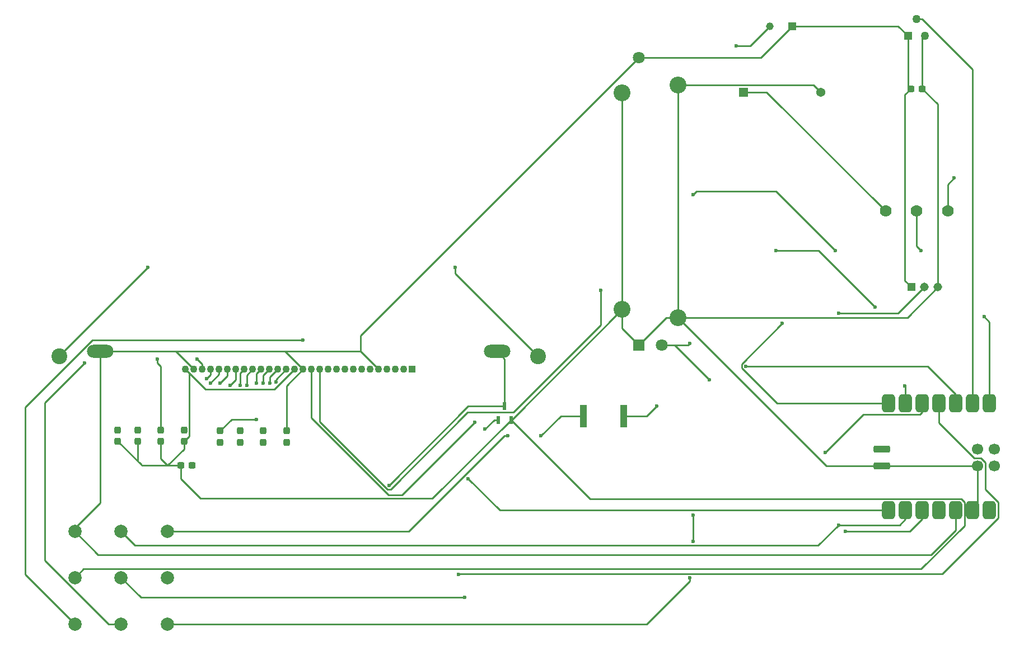
<source format=gtl>
%TF.GenerationSoftware,KiCad,Pcbnew,9.0.0*%
%TF.CreationDate,2025-04-13T23:06:23-05:00*%
%TF.ProjectId,temperature_sensor,74656d70-6572-4617-9475-72655f73656e,rev?*%
%TF.SameCoordinates,Original*%
%TF.FileFunction,Copper,L1,Top*%
%TF.FilePolarity,Positive*%
%FSLAX46Y46*%
G04 Gerber Fmt 4.6, Leading zero omitted, Abs format (unit mm)*
G04 Created by KiCad (PCBNEW 9.0.0) date 2025-04-13 23:06:23*
%MOMM*%
%LPD*%
G01*
G04 APERTURE LIST*
G04 Aperture macros list*
%AMRoundRect*
0 Rectangle with rounded corners*
0 $1 Rounding radius*
0 $2 $3 $4 $5 $6 $7 $8 $9 X,Y pos of 4 corners*
0 Add a 4 corners polygon primitive as box body*
4,1,4,$2,$3,$4,$5,$6,$7,$8,$9,$2,$3,0*
0 Add four circle primitives for the rounded corners*
1,1,$1+$1,$2,$3*
1,1,$1+$1,$4,$5*
1,1,$1+$1,$6,$7*
1,1,$1+$1,$8,$9*
0 Add four rect primitives between the rounded corners*
20,1,$1+$1,$2,$3,$4,$5,0*
20,1,$1+$1,$4,$5,$6,$7,0*
20,1,$1+$1,$6,$7,$8,$9,0*
20,1,$1+$1,$8,$9,$2,$3,0*%
G04 Aperture macros list end*
%TA.AperFunction,ComponentPad*%
%ADD10C,2.400000*%
%TD*%
%TA.AperFunction,ComponentPad*%
%ADD11O,4.000000X2.000000*%
%TD*%
%TA.AperFunction,ComponentPad*%
%ADD12C,1.100000*%
%TD*%
%TA.AperFunction,ComponentPad*%
%ADD13R,1.100000X1.100000*%
%TD*%
%TA.AperFunction,ComponentPad*%
%ADD14C,2.000000*%
%TD*%
%TA.AperFunction,ComponentPad*%
%ADD15C,1.778000*%
%TD*%
%TA.AperFunction,SMDPad,CuDef*%
%ADD16R,0.558800X1.270000*%
%TD*%
%TA.AperFunction,SMDPad,CuDef*%
%ADD17RoundRect,0.237500X0.237500X-0.300000X0.237500X0.300000X-0.237500X0.300000X-0.237500X-0.300000X0*%
%TD*%
%TA.AperFunction,SMDPad,CuDef*%
%ADD18RoundRect,0.237500X0.300000X0.237500X-0.300000X0.237500X-0.300000X-0.237500X0.300000X-0.237500X0*%
%TD*%
%TA.AperFunction,SMDPad,CuDef*%
%ADD19R,1.070000X3.420000*%
%TD*%
%TA.AperFunction,ComponentPad*%
%ADD20R,1.800000X1.800000*%
%TD*%
%TA.AperFunction,ComponentPad*%
%ADD21C,1.800000*%
%TD*%
%TA.AperFunction,ComponentPad*%
%ADD22C,2.550000*%
%TD*%
%TA.AperFunction,SMDPad,CuDef*%
%ADD23RoundRect,0.237500X-0.300000X-0.237500X0.300000X-0.237500X0.300000X0.237500X-0.300000X0.237500X0*%
%TD*%
%TA.AperFunction,SMDPad,CuDef*%
%ADD24RoundRect,0.500000X-0.500000X0.875000X-0.500000X-0.875000X0.500000X-0.875000X0.500000X0.875000X0*%
%TD*%
%TA.AperFunction,SMDPad,CuDef*%
%ADD25RoundRect,0.275000X-0.975000X-0.275000X0.975000X-0.275000X0.975000X0.275000X-0.975000X0.275000X0*%
%TD*%
%TA.AperFunction,SMDPad,CuDef*%
%ADD26C,1.700000*%
%TD*%
%TA.AperFunction,ComponentPad*%
%ADD27R,1.371600X1.371600*%
%TD*%
%TA.AperFunction,ComponentPad*%
%ADD28C,1.371600*%
%TD*%
%TA.AperFunction,ComponentPad*%
%ADD29R,1.308000X1.308000*%
%TD*%
%TA.AperFunction,ComponentPad*%
%ADD30C,1.308000*%
%TD*%
%TA.AperFunction,ComponentPad*%
%ADD31R,1.158000X1.158000*%
%TD*%
%TA.AperFunction,ComponentPad*%
%ADD32C,1.158000*%
%TD*%
%TA.AperFunction,ComponentPad*%
%ADD33R,1.270000X1.270000*%
%TD*%
%TA.AperFunction,ComponentPad*%
%ADD34C,1.270000*%
%TD*%
%TA.AperFunction,ViaPad*%
%ADD35C,0.600000*%
%TD*%
%TA.AperFunction,Conductor*%
%ADD36C,0.250000*%
%TD*%
G04 APERTURE END LIST*
D10*
%TO.P,DS1,S2*%
%TO.N,N/C*%
X119048300Y-78497000D03*
%TO.P,DS1,S1*%
X46648300Y-78497000D03*
D11*
%TO.P,DS1,K,K*%
%TO.N,Net-(U1-COLLECTOR)*%
X112848300Y-77707000D03*
%TO.P,DS1,A,A*%
%TO.N,Net-(DS1-C86)*%
X52848300Y-77707000D03*
D12*
%TO.P,DS1,28,P/S*%
%TO.N,GND*%
X65703300Y-80447000D03*
%TO.P,DS1,27,C86*%
%TO.N,Net-(DS1-C86)*%
X66973300Y-80447000D03*
%TO.P,DS1,26,V0*%
%TO.N,Net-(DS1-V0)*%
X68243300Y-80447000D03*
%TO.P,DS1,25,V1*%
%TO.N,Net-(DS1-V1)*%
X69513300Y-80447000D03*
%TO.P,DS1,24,V2*%
%TO.N,Net-(DS1-V2)*%
X70783300Y-80447000D03*
%TO.P,DS1,23,V3*%
%TO.N,Net-(DS1-V3)*%
X72053300Y-80447000D03*
%TO.P,DS1,22,V4*%
%TO.N,Net-(DS1-V4)*%
X73323300Y-80447000D03*
%TO.P,DS1,21,CAP2N*%
%TO.N,Net-(DS1-CAP2N)*%
X74593300Y-80447000D03*
%TO.P,DS1,20,CAP2P*%
%TO.N,Net-(DS1-CAP2P)*%
X75863300Y-80447000D03*
%TO.P,DS1,19,CAP1P*%
%TO.N,Net-(DS1-CAP1P)*%
X77133300Y-80447000D03*
%TO.P,DS1,18,CAP1N*%
%TO.N,Net-(DS1-CAP1N)*%
X78403300Y-80447000D03*
%TO.P,DS1,17,CAP3P*%
%TO.N,Net-(DS1-CAP3P)*%
X79673300Y-80447000D03*
%TO.P,DS1,16,VOUT*%
%TO.N,Net-(DS1-VOUT)*%
X80943300Y-80447000D03*
%TO.P,DS1,15,VSS*%
%TO.N,GND*%
X82213300Y-80447000D03*
%TO.P,DS1,14,VDD*%
%TO.N,Net-(DS1-C86)*%
X83483300Y-80447000D03*
%TO.P,DS1,13,DB7*%
%TO.N,Net-(DS1-DB7)*%
X84753300Y-80447000D03*
%TO.P,DS1,12,DB6*%
%TO.N,Net-(DS1-DB6)*%
X86023300Y-80447000D03*
%TO.P,DS1,11,DB5*%
%TO.N,unconnected-(DS1-DB5-Pad11)*%
X87293300Y-80447000D03*
%TO.P,DS1,10,DB4*%
%TO.N,unconnected-(DS1-DB4-Pad10)*%
X88563300Y-80447000D03*
%TO.P,DS1,9,DB3*%
%TO.N,unconnected-(DS1-DB3-Pad9)*%
X89833300Y-80447000D03*
%TO.P,DS1,8,DB2*%
%TO.N,unconnected-(DS1-DB2-Pad8)*%
X91103300Y-80447000D03*
%TO.P,DS1,7,DB1*%
%TO.N,unconnected-(DS1-DB1-Pad7)*%
X92373300Y-80447000D03*
%TO.P,DS1,6,DB0*%
%TO.N,unconnected-(DS1-DB0-Pad6)*%
X93643300Y-80447000D03*
%TO.P,DS1,5,~{RD}/E*%
%TO.N,Net-(DS1-C86)*%
X94913300Y-80447000D03*
%TO.P,DS1,4,~{WR}/R/W*%
%TO.N,Net-(DS1-~{WR}{slash}R{slash}W)*%
X96183300Y-80447000D03*
%TO.P,DS1,3,A0*%
%TO.N,Net-(DS1-A0)*%
X97453300Y-80447000D03*
%TO.P,DS1,2,~{RES}*%
%TO.N,Net-(DS1-~{RES})*%
X98723300Y-80447000D03*
D13*
%TO.P,DS1,1,~{CS1}*%
%TO.N,Net-(DS1-~{CS1})*%
X99993300Y-80447000D03*
%TD*%
D14*
%TO.P,TP7,1,1*%
%TO.N,Net-(DS1-DB7)*%
X49000000Y-119000000D03*
%TD*%
%TO.P,TP6,1,1*%
%TO.N,Net-(DS1-DB6)*%
X56000000Y-119000000D03*
%TD*%
%TO.P,TP2,1,1*%
%TO.N,/bc2*%
X63000000Y-119000000D03*
%TD*%
%TO.P,TP5,1,1*%
%TO.N,Net-(U1-COLLECTOR)*%
X63000000Y-112000000D03*
%TD*%
%TO.P,TP4,1,1*%
%TO.N,Net-(U1-BASE)*%
X56000000Y-112000000D03*
%TD*%
D15*
%TO.P,SW1,1,1*%
%TO.N,/bc1*%
X171599999Y-56500000D03*
%TO.P,SW1,2,2*%
%TO.N,Net-(U3-PA5_A9_D9_MISO)*%
X176300000Y-56500000D03*
%TO.P,SW1,3,3*%
%TO.N,/bc2*%
X181000000Y-56500000D03*
%TD*%
D16*
%TO.P,U1,1,BASE*%
%TO.N,Net-(U1-BASE)*%
X113047500Y-88082800D03*
%TO.P,U1,2,EMITTER*%
%TO.N,GND*%
X114952500Y-88082800D03*
%TO.P,U1,3,COLLECTOR*%
%TO.N,Net-(U1-COLLECTOR)*%
X114000000Y-86000000D03*
%TD*%
D17*
%TO.P,C10,1*%
%TO.N,Net-(DS1-CAP1P)*%
X71000000Y-91500000D03*
%TO.P,C10,2*%
%TO.N,Net-(DS1-CAP1N)*%
X71000000Y-89775000D03*
%TD*%
D18*
%TO.P,RF_interceptor1,1*%
%TO.N,GND*%
X177132500Y-37960000D03*
%TO.P,RF_interceptor1,2*%
%TO.N,Net-(DS1-C86)*%
X175407500Y-37960000D03*
%TD*%
D17*
%TO.P,C11,1*%
%TO.N,Net-(DS1-CAP1N)*%
X77500000Y-91500000D03*
%TO.P,C11,2*%
%TO.N,Net-(DS1-CAP3P)*%
X77500000Y-89775000D03*
%TD*%
D14*
%TO.P,TP3,1,1*%
%TO.N,/bc1*%
X63000000Y-105000000D03*
%TD*%
D17*
%TO.P,C4,1*%
%TO.N,GND*%
X62000000Y-91362500D03*
%TO.P,C4,2*%
%TO.N,Net-(DS1-V0)*%
X62000000Y-89637500D03*
%TD*%
D14*
%TO.P,TP9,1,1*%
%TO.N,Net-(DS1-C86)*%
X49000000Y-105000000D03*
%TD*%
%TO.P,TP1,1,1*%
%TO.N,GND*%
X49000000Y-112000000D03*
%TD*%
D17*
%TO.P,C12,1*%
%TO.N,Net-(DS1-CAP2N)*%
X74000000Y-91500000D03*
%TO.P,C12,2*%
%TO.N,Net-(DS1-CAP2P)*%
X74000000Y-89775000D03*
%TD*%
%TO.P,C5,1*%
%TO.N,GND*%
X58500000Y-91362500D03*
%TO.P,C5,2*%
%TO.N,Net-(DS1-V1)*%
X58500000Y-89637500D03*
%TD*%
D19*
%TO.P,R4,1*%
%TO.N,Net-(U3-PA02_A0_D0)*%
X132000000Y-87500000D03*
%TO.P,R4,2*%
%TO.N,Net-(U1-BASE)*%
X125890000Y-87500000D03*
%TD*%
D20*
%TO.P,R1,1*%
%TO.N,GND*%
X134250000Y-76750000D03*
D21*
%TO.P,R1,2*%
%TO.N,/bc2*%
X137750000Y-76750000D03*
%TO.P,R1,3*%
%TO.N,Net-(DS1-C86)*%
X134250000Y-33250000D03*
D22*
%TO.P,R1,SH1,SHIELD*%
%TO.N,GND*%
X131750000Y-71400000D03*
%TO.P,R1,SH2,SHIELD__1*%
X140250000Y-72600000D03*
%TO.P,R1,SH3,SHIELD__2*%
X131750000Y-38600000D03*
%TO.P,R1,SH4,SHIELD__3*%
X140250000Y-37400000D03*
%TD*%
D23*
%TO.P,C7,1*%
%TO.N,GND*%
X65000000Y-95000000D03*
%TO.P,C7,2*%
%TO.N,Net-(DS1-V3)*%
X66725000Y-95000000D03*
%TD*%
D24*
%TO.P,U3,1,PA02_A0_D0*%
%TO.N,Net-(U3-PA02_A0_D0)*%
X187281700Y-85588000D03*
%TO.P,U3,2,PA4_A1_D1*%
%TO.N,Net-(U3-PA4_A1_D1)*%
X184741700Y-85588000D03*
%TO.P,U3,3,PA10_A2_D2*%
%TO.N,Net-(DS1-~{CS1})*%
X182201700Y-85588000D03*
%TO.P,U3,4,PA11_A3_D3*%
%TO.N,Net-(DS1-~{RES})*%
X179661700Y-85588000D03*
%TO.P,U3,5,PA8_A4_D4_SDA*%
%TO.N,Net-(DS1-DB7)*%
X177121700Y-85588000D03*
%TO.P,U3,6,PA9_A5_D5_SCL*%
%TO.N,Net-(DS1-DB6)*%
X174581700Y-85588000D03*
%TO.P,U3,7,PB08_A6_D6_TX*%
%TO.N,Net-(DS1-A0)*%
X172041700Y-85588000D03*
%TO.P,U3,8,PB09_A7_D7_RX*%
%TO.N,Net-(DS1-~{WR}{slash}R{slash}W)*%
X172041700Y-101753000D03*
%TO.P,U3,9,PA7_A8_D8_SCK*%
%TO.N,Net-(U3-PA7_A8_D8_SCK)*%
X174581700Y-101753000D03*
%TO.P,U3,10,PA5_A9_D9_MISO*%
%TO.N,Net-(U3-PA5_A9_D9_MISO)*%
X177121700Y-101753000D03*
%TO.P,U3,11,PA6_A10_D10_MOSI*%
%TO.N,unconnected-(U3-PA6_A10_D10_MOSI-Pad11)*%
X179661700Y-101753000D03*
%TO.P,U3,12,3V3*%
%TO.N,Net-(DS1-C86)*%
X182201700Y-101753000D03*
%TO.P,U3,13,GND*%
%TO.N,GND*%
X184741700Y-101753000D03*
%TO.P,U3,14,5V*%
%TO.N,unconnected-(U3-5V-Pad14)*%
X187281700Y-101753000D03*
D25*
%TO.P,U3,15,VIN*%
%TO.N,unconnected-(U3-VIN-Pad15)*%
X171022000Y-92500000D03*
%TO.P,U3,16,GND*%
%TO.N,GND*%
X171022000Y-95040000D03*
D26*
%TO.P,U3,17,PA31_SWDIO*%
%TO.N,unconnected-(U3-PA31_SWDIO-Pad17)*%
X188040000Y-92500000D03*
%TO.P,U3,18,PA30_SWCLK*%
%TO.N,unconnected-(U3-PA30_SWCLK-Pad18)*%
X188040000Y-95040000D03*
%TO.P,U3,19,RESET*%
%TO.N,unconnected-(U3-RESET-Pad19)*%
X185500000Y-92500000D03*
%TO.P,U3,20,GND*%
%TO.N,GND*%
X185500000Y-95040000D03*
%TD*%
D27*
%TO.P,R3,1*%
%TO.N,/bc1*%
X150158000Y-38500000D03*
D28*
%TO.P,R3,2*%
%TO.N,GND*%
X161842000Y-38500000D03*
%TD*%
D17*
%TO.P,C9,1*%
%TO.N,Net-(DS1-VOUT)*%
X81000000Y-91500000D03*
%TO.P,C9,2*%
%TO.N,Net-(DS1-C86)*%
X81000000Y-89775000D03*
%TD*%
D14*
%TO.P,TP8,1,1*%
%TO.N,Net-(U3-PA7_A8_D8_SCK)*%
X56000000Y-105000000D03*
%TD*%
D29*
%TO.P,S1,1,1*%
%TO.N,Net-(DS1-C86)*%
X175500000Y-68000000D03*
D30*
%TO.P,S1,2,2*%
%TO.N,Net-(U3-PA7_A8_D8_SCK)*%
X177500000Y-68000000D03*
%TO.P,S1,3,3*%
%TO.N,GND*%
X179500000Y-68000000D03*
%TD*%
D17*
%TO.P,C8,1*%
%TO.N,GND*%
X65500000Y-91362500D03*
%TO.P,C8,2*%
%TO.N,Net-(DS1-V4)*%
X65500000Y-89637500D03*
%TD*%
D31*
%TO.P,R2,1*%
%TO.N,Net-(DS1-C86)*%
X157500000Y-28500000D03*
D32*
%TO.P,R2,2*%
%TO.N,/bc1*%
X154100000Y-28500000D03*
%TD*%
D33*
%TO.P,U5,1,+VS*%
%TO.N,Net-(DS1-C86)*%
X175000000Y-30000000D03*
D34*
%TO.P,U5,2,VOUT*%
%TO.N,Net-(U3-PA4_A1_D1)*%
X176270000Y-27460000D03*
%TO.P,U5,3,GND*%
%TO.N,GND*%
X177540000Y-30000000D03*
%TD*%
D17*
%TO.P,C6,1*%
%TO.N,GND*%
X55500000Y-91362500D03*
%TO.P,C6,2*%
%TO.N,Net-(DS1-V2)*%
X55500000Y-89637500D03*
%TD*%
D35*
%TO.N,Net-(U1-BASE)*%
X119500000Y-90500000D03*
%TO.N,Net-(DS1-V0)*%
X61500000Y-78875000D03*
X67500000Y-78875000D03*
%TO.N,Net-(DS1-V1)*%
X58500000Y-89637500D03*
X68934313Y-81875000D03*
%TO.N,Net-(DS1-V2)*%
X69500000Y-82500000D03*
X55500000Y-89637500D03*
%TO.N,Net-(DS1-V3)*%
X66725000Y-95000000D03*
X71000000Y-82500000D03*
%TO.N,Net-(DS1-V4)*%
X65500000Y-89637500D03*
X72500000Y-82875000D03*
%TO.N,Net-(DS1-CAP2N)*%
X74000000Y-91500000D03*
X74000000Y-82875000D03*
%TO.N,Net-(DS1-CAP2P)*%
X74000000Y-89775000D03*
X75000000Y-82875000D03*
%TO.N,Net-(DS1-CAP1P)*%
X71000000Y-91500000D03*
X76500000Y-82500000D03*
%TO.N,Net-(DS1-CAP1N)*%
X76500000Y-88000000D03*
X77500000Y-91500000D03*
X77500000Y-82500000D03*
%TO.N,Net-(DS1-CAP3P)*%
X78500000Y-82500000D03*
X77500000Y-89775000D03*
%TO.N,Net-(DS1-VOUT)*%
X81000000Y-91500000D03*
X79388208Y-82388208D03*
%TO.N,Net-(DS1-A0)*%
X142500000Y-54000000D03*
X164000000Y-62500000D03*
X156000000Y-73500000D03*
%TO.N,Net-(DS1-~{RES})*%
X107000000Y-111500000D03*
%TO.N,Net-(DS1-DB7)*%
X162500000Y-93000000D03*
X109500000Y-88500000D03*
%TO.N,Net-(DS1-DB6)*%
X174500000Y-83000000D03*
X170000000Y-71000000D03*
X155000000Y-62500000D03*
X128500000Y-68500000D03*
X50500000Y-79500000D03*
%TO.N,Net-(DS1-DB7)*%
X83500000Y-76000000D03*
%TO.N,/bc2*%
X145000000Y-82000000D03*
X142500000Y-106500000D03*
X142000000Y-112000000D03*
X142500000Y-102500000D03*
%TO.N,Net-(U1-COLLECTOR)*%
X96500000Y-98000000D03*
%TO.N,Net-(U1-BASE)*%
X108000000Y-115000000D03*
X111000000Y-89500000D03*
%TO.N,/bc1*%
X114500000Y-90500000D03*
%TO.N,/bc2*%
X142000000Y-76500000D03*
X182000000Y-51500000D03*
%TO.N,Net-(DS1-~{CS1})*%
X150500000Y-80000000D03*
%TO.N,Net-(U3-PA02_A0_D0)*%
X137000000Y-86000000D03*
X186500000Y-72500000D03*
%TO.N,Net-(U3-PA7_A8_D8_SCK)*%
X164500000Y-104000000D03*
X164500000Y-71975000D03*
%TO.N,Net-(DS1-~{WR}{slash}R{slash}W)*%
X108500000Y-97000000D03*
%TO.N,Net-(U3-PA5_A9_D9_MISO)*%
X177000000Y-62500000D03*
X165500000Y-105000000D03*
%TO.N,/bc1*%
X149000000Y-31500000D03*
%TO.N,*%
X106500000Y-65000000D03*
X60000000Y-65000000D03*
%TD*%
D36*
%TO.N,GND*%
X58500000Y-91362500D02*
X58500000Y-94362500D01*
X59068750Y-94931250D02*
X55500000Y-91362500D01*
X58500000Y-94362500D02*
X59068750Y-94931250D01*
X59137500Y-95000000D02*
X59068750Y-94931250D01*
X63000000Y-95000000D02*
X59137500Y-95000000D01*
%TO.N,Net-(U1-BASE)*%
X122500000Y-87500000D02*
X119500000Y-90500000D01*
X125890000Y-87500000D02*
X122500000Y-87500000D01*
%TO.N,Net-(U3-PA7_A8_D8_SCK)*%
X161374000Y-107126000D02*
X164500000Y-104000000D01*
X56000000Y-105000000D02*
X58126000Y-107126000D01*
X58126000Y-107126000D02*
X161374000Y-107126000D01*
%TO.N,Net-(DS1-C86)*%
X81000000Y-82930300D02*
X83483300Y-80447000D01*
X81000000Y-89775000D02*
X81000000Y-82930300D01*
%TO.N,Net-(DS1-V0)*%
X62000000Y-80000000D02*
X62000000Y-89637500D01*
X61500000Y-79500000D02*
X62000000Y-80000000D01*
X61500000Y-78875000D02*
X61500000Y-79500000D01*
X68243300Y-79618300D02*
X67500000Y-78875000D01*
X68243300Y-80447000D02*
X68243300Y-79618300D01*
%TO.N,Net-(DS1-V1)*%
X69513300Y-80447000D02*
X69513300Y-81296013D01*
X69513300Y-81296013D02*
X68934313Y-81875000D01*
%TO.N,Net-(DS1-V2)*%
X70783300Y-81216700D02*
X69500000Y-82500000D01*
X70783300Y-80447000D02*
X70783300Y-81216700D01*
%TO.N,Net-(DS1-V3)*%
X72053300Y-81446700D02*
X71000000Y-82500000D01*
X72053300Y-80447000D02*
X72053300Y-81446700D01*
%TO.N,Net-(DS1-V4)*%
X73323300Y-82051700D02*
X72500000Y-82875000D01*
X73323300Y-80447000D02*
X73323300Y-82051700D01*
%TO.N,Net-(DS1-CAP2N)*%
X74000000Y-81040300D02*
X74000000Y-82875000D01*
X74593300Y-80447000D02*
X74000000Y-81040300D01*
%TO.N,Net-(DS1-CAP2P)*%
X75000000Y-81310300D02*
X75000000Y-82875000D01*
X75863300Y-80447000D02*
X75000000Y-81310300D01*
%TO.N,Net-(DS1-CAP1P)*%
X76500000Y-81080300D02*
X76500000Y-82500000D01*
X77133300Y-80447000D02*
X76500000Y-81080300D01*
%TO.N,Net-(DS1-CAP1N)*%
X72775000Y-88000000D02*
X76500000Y-88000000D01*
X71000000Y-89775000D02*
X72775000Y-88000000D01*
X77500000Y-81350300D02*
X77500000Y-82500000D01*
X78403300Y-80447000D02*
X77500000Y-81350300D01*
%TO.N,Net-(DS1-CAP3P)*%
X78500000Y-81620300D02*
X78500000Y-82500000D01*
X79673300Y-80447000D02*
X78500000Y-81620300D01*
%TO.N,Net-(DS1-VOUT)*%
X79388208Y-82002092D02*
X79388208Y-82388208D01*
X80943300Y-80447000D02*
X79388208Y-82002092D01*
%TO.N,Net-(DS1-A0)*%
X143000000Y-53500000D02*
X142500000Y-54000000D01*
X144000000Y-53500000D02*
X143000000Y-53500000D01*
X155000000Y-53500000D02*
X144000000Y-53500000D01*
X164000000Y-62500000D02*
X155000000Y-53500000D01*
X149874000Y-80259298D02*
X149874000Y-79626000D01*
X149874000Y-79626000D02*
X156000000Y-73500000D01*
X155202702Y-85588000D02*
X149874000Y-80259298D01*
X172041700Y-85588000D02*
X155202702Y-85588000D01*
%TO.N,Net-(DS1-~{RES})*%
X107126000Y-111374000D02*
X107000000Y-111500000D01*
X180211112Y-111374000D02*
X107126000Y-111374000D01*
X188607700Y-102977412D02*
X180211112Y-111374000D01*
X186676000Y-98596888D02*
X188607700Y-100528588D01*
X186676000Y-94552884D02*
X186676000Y-98596888D01*
X185987116Y-93864000D02*
X186676000Y-94552884D01*
X179661700Y-88512816D02*
X185012884Y-93864000D01*
X188607700Y-100528588D02*
X188607700Y-102977412D01*
X179661700Y-85588000D02*
X179661700Y-88512816D01*
X185012884Y-93864000D02*
X185987116Y-93864000D01*
%TO.N,Net-(DS1-DB7)*%
X176795700Y-87289000D02*
X177121700Y-86963000D01*
X168211000Y-87289000D02*
X176795700Y-87289000D01*
X162500000Y-93000000D02*
X168211000Y-87289000D01*
X177121700Y-86963000D02*
X177121700Y-85588000D01*
X98500000Y-99500000D02*
X109500000Y-88500000D01*
X96476892Y-99500000D02*
X98500000Y-99500000D01*
X84753300Y-87776408D02*
X96476892Y-99500000D01*
X84753300Y-80447000D02*
X84753300Y-87776408D01*
%TO.N,Net-(DS1-DB6)*%
X174500000Y-83000000D02*
X174581700Y-83081700D01*
X174581700Y-83081700D02*
X174581700Y-85588000D01*
X161500000Y-62500000D02*
X163000000Y-64000000D01*
X155000000Y-62500000D02*
X161500000Y-62500000D01*
X128500000Y-73766116D02*
X128500000Y-68500000D01*
X115305116Y-86961000D02*
X128500000Y-73766116D01*
X108424298Y-86961000D02*
X115305116Y-86961000D01*
X96759298Y-98626000D02*
X108424298Y-86961000D01*
X86023300Y-88408598D02*
X96240702Y-98626000D01*
X163000000Y-64000000D02*
X170000000Y-71000000D01*
X96240702Y-98626000D02*
X96759298Y-98626000D01*
X86023300Y-80447000D02*
X86023300Y-88408598D01*
X44500000Y-109375248D02*
X44500000Y-85500000D01*
X44500000Y-85500000D02*
X50500000Y-79500000D01*
X56000000Y-119000000D02*
X54124752Y-119000000D01*
X54124752Y-119000000D02*
X44500000Y-109375248D01*
%TO.N,Net-(DS1-DB7)*%
X51680053Y-76000000D02*
X83500000Y-76000000D01*
X41500000Y-86180053D02*
X51680053Y-76000000D01*
X41500000Y-111500000D02*
X41500000Y-86180053D01*
X49000000Y-119000000D02*
X41500000Y-111500000D01*
%TO.N,/bc2*%
X145000000Y-82000000D02*
X139750000Y-76750000D01*
X142500000Y-106500000D02*
X142500000Y-102500000D01*
X142000000Y-112500000D02*
X142000000Y-112000000D01*
X141000000Y-113500000D02*
X142000000Y-112500000D01*
X139750000Y-76750000D02*
X137750000Y-76750000D01*
X135500000Y-119000000D02*
X141000000Y-113500000D01*
X63000000Y-119000000D02*
X135500000Y-119000000D01*
%TO.N,Net-(U1-COLLECTOR)*%
X108500000Y-86000000D02*
X96500000Y-98000000D01*
X114000000Y-86000000D02*
X108500000Y-86000000D01*
X114000000Y-78858700D02*
X112848300Y-77707000D01*
X114000000Y-86000000D02*
X114000000Y-78858700D01*
%TO.N,Net-(U1-BASE)*%
X59000000Y-115000000D02*
X56000000Y-112000000D01*
X108000000Y-115000000D02*
X59000000Y-115000000D01*
X112417200Y-88082800D02*
X111000000Y-89500000D01*
X113047500Y-88082800D02*
X112417200Y-88082800D01*
%TO.N,/bc1*%
X99500000Y-105000000D02*
X114000000Y-90500000D01*
X114000000Y-90500000D02*
X114500000Y-90500000D01*
X63000000Y-105000000D02*
X99500000Y-105000000D01*
%TO.N,/bc2*%
X181000000Y-52500000D02*
X182000000Y-51500000D01*
X181000000Y-56500000D02*
X181000000Y-52500000D01*
X141750000Y-76750000D02*
X142000000Y-76500000D01*
X137750000Y-76750000D02*
X141750000Y-76750000D01*
%TO.N,Net-(DS1-~{CS1})*%
X177988700Y-80000000D02*
X150500000Y-80000000D01*
X182201700Y-84213000D02*
X177988700Y-80000000D01*
X182201700Y-85588000D02*
X182201700Y-84213000D01*
%TO.N,Net-(U3-PA02_A0_D0)*%
X137000000Y-86000000D02*
X135500000Y-87500000D01*
X135500000Y-87500000D02*
X132000000Y-87500000D01*
X187281700Y-73281700D02*
X186500000Y-72500000D01*
X187281700Y-85588000D02*
X187281700Y-73281700D01*
%TO.N,Net-(U3-PA7_A8_D8_SCK)*%
X174581700Y-103128000D02*
X174581700Y-101753000D01*
X173709700Y-104000000D02*
X174581700Y-103128000D01*
X164500000Y-104000000D02*
X173709700Y-104000000D01*
X173525000Y-71975000D02*
X164500000Y-71975000D01*
X177500000Y-68000000D02*
X173525000Y-71975000D01*
%TO.N,Net-(DS1-~{WR}{slash}R{slash}W)*%
X113253000Y-101753000D02*
X108500000Y-97000000D01*
X172041700Y-101753000D02*
X113253000Y-101753000D01*
%TO.N,Net-(U3-PA5_A9_D9_MISO)*%
X177121700Y-103128000D02*
X177121700Y-101753000D01*
X175249700Y-105000000D02*
X177121700Y-103128000D01*
X165500000Y-105000000D02*
X175249700Y-105000000D01*
X176300000Y-61800000D02*
X177000000Y-62500000D01*
X176300000Y-56500000D02*
X176300000Y-61800000D01*
%TO.N,/bc1*%
X153599999Y-38500000D02*
X171599999Y-56500000D01*
X150158000Y-38500000D02*
X153599999Y-38500000D01*
X151100000Y-31500000D02*
X149000000Y-31500000D01*
X154100000Y-28500000D02*
X151100000Y-31500000D01*
%TO.N,Net-(U3-PA4_A1_D1)*%
X184741700Y-35033675D02*
X184741700Y-85588000D01*
X177168025Y-27460000D02*
X184741700Y-35033675D01*
X176270000Y-27460000D02*
X177168025Y-27460000D01*
%TO.N,GND*%
X79160300Y-83500000D02*
X82213300Y-80447000D01*
X68756300Y-83500000D02*
X79160300Y-83500000D01*
X65703300Y-80447000D02*
X68756300Y-83500000D01*
X66301000Y-81044700D02*
X65703300Y-80447000D01*
X66301000Y-90561500D02*
X66301000Y-81044700D01*
X65500000Y-91362500D02*
X66301000Y-90561500D01*
X65500000Y-92500000D02*
X63000000Y-95000000D01*
X65500000Y-91362500D02*
X65500000Y-92500000D01*
X62000000Y-94000000D02*
X63000000Y-95000000D01*
X62000000Y-91362500D02*
X62000000Y-94000000D01*
X65000000Y-95000000D02*
X63000000Y-95000000D01*
X65000000Y-97000000D02*
X65000000Y-95000000D01*
X103035300Y-100000000D02*
X68000000Y-100000000D01*
X114952500Y-88082800D02*
X103035300Y-100000000D01*
X68000000Y-100000000D02*
X65000000Y-97000000D01*
X50326000Y-110674000D02*
X49000000Y-112000000D01*
X183527700Y-104110110D02*
X176963810Y-110674000D01*
X183527700Y-100528588D02*
X183527700Y-104110110D01*
X183051112Y-100052000D02*
X183527700Y-100528588D01*
X176963810Y-110674000D02*
X50326000Y-110674000D01*
X114952500Y-88082800D02*
X126921700Y-100052000D01*
X126921700Y-100052000D02*
X183051112Y-100052000D01*
X115067200Y-88082800D02*
X114952500Y-88082800D01*
X131750000Y-71400000D02*
X115067200Y-88082800D01*
X174900000Y-72600000D02*
X140250000Y-72600000D01*
X179500000Y-68000000D02*
X174900000Y-72600000D01*
X179500000Y-40327500D02*
X179500000Y-68000000D01*
X177132500Y-37960000D02*
X179500000Y-40327500D01*
X160742000Y-37400000D02*
X161842000Y-38500000D01*
X140250000Y-37400000D02*
X160742000Y-37400000D01*
X177132500Y-30407500D02*
X177540000Y-30000000D01*
X177132500Y-37960000D02*
X177132500Y-30407500D01*
X140250000Y-37400000D02*
X140250000Y-72600000D01*
X131750000Y-71400000D02*
X131750000Y-38600000D01*
X131750000Y-74250000D02*
X134250000Y-76750000D01*
X131750000Y-71400000D02*
X131750000Y-74250000D01*
X138400000Y-72600000D02*
X134250000Y-76750000D01*
X140250000Y-72600000D02*
X138400000Y-72600000D01*
X162690000Y-95040000D02*
X140250000Y-72600000D01*
X171022000Y-95040000D02*
X162690000Y-95040000D01*
X185500000Y-100994700D02*
X184741700Y-101753000D01*
X185500000Y-95040000D02*
X185500000Y-100994700D01*
X185500000Y-95040000D02*
X171022000Y-95040000D01*
%TO.N,Net-(DS1-C86)*%
X174526000Y-38841500D02*
X174526000Y-67026000D01*
X174526000Y-67026000D02*
X175500000Y-68000000D01*
X175407500Y-37960000D02*
X174526000Y-38841500D01*
X175000000Y-37552500D02*
X175407500Y-37960000D01*
X175000000Y-30000000D02*
X175000000Y-37552500D01*
X173500000Y-28500000D02*
X175000000Y-30000000D01*
X157500000Y-28500000D02*
X173500000Y-28500000D01*
X152750000Y-33250000D02*
X157500000Y-28500000D01*
X134250000Y-33250000D02*
X152750000Y-33250000D01*
X92173300Y-75326700D02*
X134250000Y-33250000D01*
X92173300Y-77707000D02*
X92173300Y-75326700D01*
X92173300Y-77707000D02*
X94913300Y-80447000D01*
X80743300Y-77707000D02*
X92173300Y-77707000D01*
X80743300Y-77707000D02*
X83483300Y-80447000D01*
X52848300Y-77707000D02*
X80743300Y-77707000D01*
X64233300Y-77707000D02*
X66973300Y-80447000D01*
X52848300Y-77707000D02*
X64233300Y-77707000D01*
X49000000Y-104500000D02*
X52848300Y-100651700D01*
X52848300Y-100651700D02*
X52848300Y-77707000D01*
X49000000Y-105000000D02*
X49000000Y-104500000D01*
X52500000Y-108500000D02*
X49000000Y-105000000D01*
X178500000Y-108500000D02*
X52500000Y-108500000D01*
X182201700Y-104798300D02*
X178500000Y-108500000D01*
X182201700Y-101753000D02*
X182201700Y-104798300D01*
%TO.N,*%
X46648300Y-78497000D02*
X46648300Y-78351700D01*
X46648300Y-78351700D02*
X60000000Y-65000000D01*
X106500000Y-65000000D02*
X106500000Y-65948700D01*
X106500000Y-65948700D02*
X119048300Y-78497000D01*
%TD*%
M02*

</source>
